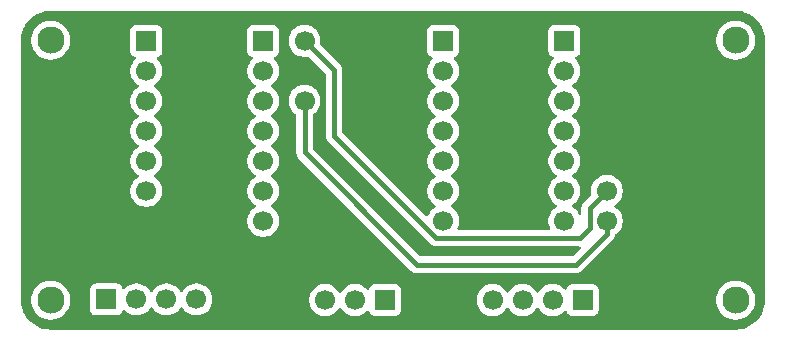
<source format=gbr>
%TF.GenerationSoftware,KiCad,Pcbnew,9.0.5*%
%TF.CreationDate,2025-10-12T13:28:29-04:00*%
%TF.ProjectId,operator-mk2,6f706572-6174-46f7-922d-6d6b322e6b69,rev?*%
%TF.SameCoordinates,Original*%
%TF.FileFunction,Copper,L1,Top*%
%TF.FilePolarity,Positive*%
%FSLAX46Y46*%
G04 Gerber Fmt 4.6, Leading zero omitted, Abs format (unit mm)*
G04 Created by KiCad (PCBNEW 9.0.5) date 2025-10-12 13:28:29*
%MOMM*%
%LPD*%
G01*
G04 APERTURE LIST*
%TA.AperFunction,ComponentPad*%
%ADD10C,2.300000*%
%TD*%
%TA.AperFunction,ComponentPad*%
%ADD11R,1.700000X1.700000*%
%TD*%
%TA.AperFunction,ComponentPad*%
%ADD12C,1.700000*%
%TD*%
%TA.AperFunction,ViaPad*%
%ADD13C,1.700000*%
%TD*%
%TA.AperFunction,Conductor*%
%ADD14C,0.400000*%
%TD*%
G04 APERTURE END LIST*
D10*
%TO.P,REF\u002A\u002A,*%
%TO.N,*%
X168000000Y-112000000D03*
%TD*%
%TO.P,REF\u002A\u002A,*%
%TO.N,*%
X168000000Y-90000000D03*
%TD*%
%TO.P,REF\u002A\u002A,*%
%TO.N,*%
X110000000Y-112000000D03*
%TD*%
%TO.P,REF\u002A\u002A,*%
%TO.N,*%
X110000000Y-90000000D03*
%TD*%
D11*
%TO.P,J4,1,Pin_1*%
%TO.N,3V*%
X153500000Y-90060000D03*
D12*
%TO.P,J4,2,Pin_2*%
%TO.N,GND*%
X153500000Y-92600000D03*
%TO.P,J4,3,Pin_3*%
%TO.N,unconnected-(J4-Pin_3-Pad3)*%
X153500000Y-95140000D03*
%TO.P,J4,4,Pin_4*%
%TO.N,unconnected-(J4-Pin_4-Pad4)*%
X153500000Y-97680000D03*
%TO.P,J4,5,Pin_5*%
%TO.N,DIN*%
X153500000Y-100220000D03*
%TO.P,J4,6,Pin_6*%
%TO.N,BCLK*%
X153500000Y-102760000D03*
%TO.P,J4,7,Pin_7*%
%TO.N,LRC*%
X153500000Y-105300000D03*
%TD*%
D11*
%TO.P,J3,1,Pin_1*%
%TO.N,D9*%
X155040000Y-112000000D03*
D12*
%TO.P,J3,2,Pin_2*%
%TO.N,GND*%
X152500000Y-112000000D03*
%TO.P,J3,3,Pin_3*%
%TO.N,D8*%
X149960000Y-112000000D03*
%TO.P,J3,4,Pin_4*%
%TO.N,GND*%
X147420000Y-112000000D03*
%TD*%
D11*
%TO.P,J5,1,Pin_1*%
%TO.N,BCLK*%
X128000000Y-90060000D03*
D12*
%TO.P,J5,2,Pin_2*%
%TO.N,DOUT*%
X128000000Y-92600000D03*
%TO.P,J5,3,Pin_3*%
%TO.N,LRC*%
X128000000Y-95140000D03*
%TO.P,J5,4,Pin_4*%
%TO.N,D3*%
X128000000Y-97680000D03*
%TO.P,J5,5,Pin_5*%
%TO.N,D4*%
X128000000Y-100220000D03*
%TO.P,J5,6,Pin_6*%
%TO.N,D5*%
X128000000Y-102760000D03*
%TO.P,J5,7,Pin_7*%
%TO.N,D6*%
X128000000Y-105300000D03*
%TD*%
D11*
%TO.P,J8,1,Pin_1*%
%TO.N,GND*%
X114720000Y-111950000D03*
D12*
%TO.P,J8,2,Pin_2*%
%TO.N,D3*%
X117260000Y-111950000D03*
%TO.P,J8,3,Pin_3*%
%TO.N,D4*%
X119800000Y-111950000D03*
%TO.P,J8,4,Pin_4*%
%TO.N,D5*%
X122340000Y-111950000D03*
%TD*%
D11*
%TO.P,J6,1,Pin_1*%
%TO.N,unconnected-(J6-Pin_1-Pad1)*%
X143235000Y-90060000D03*
D12*
%TO.P,J6,2,Pin_2*%
%TO.N,GND*%
X143235000Y-92600000D03*
%TO.P,J6,3,Pin_3*%
%TO.N,3V*%
X143235000Y-95140000D03*
%TO.P,J6,4,Pin_4*%
%TO.N,DIN*%
X143235000Y-97680000D03*
%TO.P,J6,5,Pin_5*%
%TO.N,D9*%
X143235000Y-100220000D03*
%TO.P,J6,6,Pin_6*%
%TO.N,D8*%
X143235000Y-102760000D03*
%TO.P,J6,7,Pin_7*%
%TO.N,D7*%
X143235000Y-105300000D03*
%TD*%
D11*
%TO.P,J1,1,Pin_1*%
%TO.N,D7*%
X138320000Y-112000000D03*
D12*
%TO.P,J1,2,Pin_2*%
%TO.N,GND*%
X135780000Y-112000000D03*
%TO.P,J1,3,Pin_3*%
%TO.N,D6*%
X133240000Y-112000000D03*
%TD*%
D11*
%TO.P,J2,1,Pin_1*%
%TO.N,3V*%
X118100000Y-90060000D03*
D12*
%TO.P,J2,2,Pin_2*%
%TO.N,GND*%
X118100000Y-92600000D03*
%TO.P,J2,3,Pin_3*%
%TO.N,BCLK*%
X118100000Y-95140000D03*
%TO.P,J2,4,Pin_4*%
%TO.N,DOUT*%
X118100000Y-97680000D03*
%TO.P,J2,5,Pin_5*%
%TO.N,LRC*%
X118100000Y-100220000D03*
%TO.P,J2,6,Pin_6*%
%TO.N,unconnected-(J2-Pin_6-Pad6)*%
X118100000Y-102760000D03*
%TD*%
D13*
%TO.N,BCLK*%
X131500000Y-90060000D03*
X157100000Y-102760000D03*
%TO.N,LRC*%
X157100000Y-105300000D03*
X131500000Y-95140000D03*
%TD*%
D14*
%TO.N,BCLK*%
X155649000Y-105901024D02*
X155649000Y-104211000D01*
X155649000Y-104211000D02*
X157100000Y-102760000D01*
X131500000Y-90060000D02*
X134000000Y-92560000D01*
X142633976Y-106751000D02*
X154799024Y-106751000D01*
X134000000Y-92560000D02*
X134000000Y-98117024D01*
X134000000Y-98117024D02*
X142633976Y-106751000D01*
X154799024Y-106751000D02*
X155649000Y-105901024D01*
%TO.N,GND*%
X135960000Y-112400000D02*
X135900000Y-112460000D01*
X152800000Y-112420000D02*
X152680000Y-112300000D01*
%TO.N,LRC*%
X141000000Y-109000000D02*
X154500000Y-109000000D01*
X157100000Y-106400000D02*
X157100000Y-105300000D01*
X154500000Y-109000000D02*
X157100000Y-106400000D01*
X131500000Y-95140000D02*
X131500000Y-99500000D01*
X131500000Y-99500000D02*
X141000000Y-109000000D01*
%TO.N,D7*%
X138500000Y-111940000D02*
X138500000Y-112400000D01*
%TO.N,D9*%
X154940000Y-112300000D02*
X155220000Y-112300000D01*
X155220000Y-111720000D02*
X155220000Y-112300000D01*
%TD*%
%TA.AperFunction,NonConductor*%
G36*
X168003736Y-87500726D02*
G01*
X168293796Y-87518271D01*
X168308659Y-87520076D01*
X168590798Y-87571780D01*
X168605335Y-87575363D01*
X168879172Y-87660695D01*
X168893163Y-87666000D01*
X169154743Y-87783727D01*
X169167989Y-87790680D01*
X169413465Y-87939075D01*
X169425776Y-87947573D01*
X169651573Y-88124473D01*
X169662781Y-88134403D01*
X169865596Y-88337218D01*
X169875526Y-88348426D01*
X169908207Y-88390140D01*
X169995481Y-88501538D01*
X170052422Y-88574217D01*
X170060926Y-88586537D01*
X170169540Y-88766206D01*
X170209316Y-88832004D01*
X170216274Y-88845262D01*
X170219511Y-88852454D01*
X170333997Y-89106831D01*
X170339306Y-89120832D01*
X170424635Y-89394663D01*
X170428219Y-89409201D01*
X170479923Y-89691340D01*
X170481728Y-89706205D01*
X170499274Y-89996263D01*
X170499500Y-90003750D01*
X170499500Y-111996249D01*
X170499274Y-112003736D01*
X170481728Y-112293794D01*
X170479923Y-112308659D01*
X170428219Y-112590798D01*
X170424635Y-112605336D01*
X170339306Y-112879167D01*
X170333997Y-112893168D01*
X170216275Y-113154736D01*
X170209316Y-113167995D01*
X170060928Y-113413459D01*
X170052422Y-113425782D01*
X169875526Y-113651573D01*
X169865596Y-113662781D01*
X169662781Y-113865596D01*
X169651573Y-113875526D01*
X169425782Y-114052422D01*
X169413459Y-114060928D01*
X169167995Y-114209316D01*
X169154736Y-114216275D01*
X168893168Y-114333997D01*
X168879167Y-114339306D01*
X168605336Y-114424635D01*
X168590798Y-114428219D01*
X168308659Y-114479923D01*
X168293794Y-114481728D01*
X168003736Y-114499274D01*
X167996249Y-114499500D01*
X110003751Y-114499500D01*
X109996264Y-114499274D01*
X109706205Y-114481728D01*
X109691340Y-114479923D01*
X109409201Y-114428219D01*
X109394663Y-114424635D01*
X109120832Y-114339306D01*
X109106831Y-114333997D01*
X108845263Y-114216275D01*
X108832004Y-114209316D01*
X108586540Y-114060928D01*
X108574217Y-114052422D01*
X108348426Y-113875526D01*
X108337218Y-113865596D01*
X108134403Y-113662781D01*
X108124473Y-113651573D01*
X108028897Y-113529579D01*
X107947573Y-113425776D01*
X107939075Y-113413465D01*
X107790680Y-113167989D01*
X107783727Y-113154743D01*
X107666000Y-112893163D01*
X107660693Y-112879167D01*
X107656767Y-112866569D01*
X107575363Y-112605335D01*
X107571780Y-112590798D01*
X107520076Y-112308659D01*
X107518271Y-112293794D01*
X107516604Y-112266243D01*
X107500726Y-112003736D01*
X107500500Y-111996249D01*
X107500500Y-111870097D01*
X108349500Y-111870097D01*
X108349500Y-112129902D01*
X108390140Y-112386493D01*
X108470422Y-112633576D01*
X108508250Y-112707816D01*
X108581501Y-112851578D01*
X108588368Y-112865054D01*
X108671957Y-112980104D01*
X108741069Y-113075229D01*
X108924771Y-113258931D01*
X109134949Y-113411634D01*
X109282445Y-113486787D01*
X109366423Y-113529577D01*
X109366425Y-113529577D01*
X109366428Y-113529579D01*
X109613507Y-113609860D01*
X109745706Y-113630797D01*
X109870098Y-113650500D01*
X109870103Y-113650500D01*
X110129902Y-113650500D01*
X110243298Y-113632539D01*
X110386493Y-113609860D01*
X110633572Y-113529579D01*
X110865051Y-113411634D01*
X111075229Y-113258931D01*
X111258931Y-113075229D01*
X111411634Y-112865051D01*
X111529579Y-112633572D01*
X111609860Y-112386493D01*
X111643837Y-112171969D01*
X111650500Y-112129902D01*
X111650500Y-111870097D01*
X111628947Y-111734021D01*
X111609860Y-111613507D01*
X111529579Y-111366428D01*
X111529577Y-111366425D01*
X111529577Y-111366423D01*
X111411633Y-111134948D01*
X111402002Y-111121692D01*
X111402001Y-111121690D01*
X111351466Y-111052135D01*
X113369500Y-111052135D01*
X113369500Y-112847870D01*
X113369501Y-112847876D01*
X113375908Y-112907483D01*
X113426202Y-113042328D01*
X113426206Y-113042335D01*
X113512452Y-113157544D01*
X113512455Y-113157547D01*
X113627664Y-113243793D01*
X113627671Y-113243797D01*
X113762517Y-113294091D01*
X113762516Y-113294091D01*
X113769444Y-113294835D01*
X113822127Y-113300500D01*
X115617872Y-113300499D01*
X115677483Y-113294091D01*
X115812331Y-113243796D01*
X115927546Y-113157546D01*
X116013796Y-113042331D01*
X116062810Y-112910916D01*
X116104681Y-112854984D01*
X116170145Y-112830566D01*
X116238418Y-112845417D01*
X116266673Y-112866569D01*
X116380213Y-112980109D01*
X116552179Y-113105048D01*
X116552181Y-113105049D01*
X116552184Y-113105051D01*
X116741588Y-113201557D01*
X116943757Y-113267246D01*
X117153713Y-113300500D01*
X117153714Y-113300500D01*
X117366286Y-113300500D01*
X117366287Y-113300500D01*
X117576243Y-113267246D01*
X117778412Y-113201557D01*
X117967816Y-113105051D01*
X118054138Y-113042335D01*
X118139786Y-112980109D01*
X118139788Y-112980106D01*
X118139792Y-112980104D01*
X118290104Y-112829792D01*
X118290106Y-112829788D01*
X118290109Y-112829786D01*
X118415048Y-112657820D01*
X118415047Y-112657820D01*
X118415051Y-112657816D01*
X118419514Y-112649054D01*
X118467488Y-112598259D01*
X118535308Y-112581463D01*
X118601444Y-112603999D01*
X118640486Y-112649056D01*
X118644951Y-112657820D01*
X118769890Y-112829786D01*
X118920213Y-112980109D01*
X119092179Y-113105048D01*
X119092181Y-113105049D01*
X119092184Y-113105051D01*
X119281588Y-113201557D01*
X119483757Y-113267246D01*
X119693713Y-113300500D01*
X119693714Y-113300500D01*
X119906286Y-113300500D01*
X119906287Y-113300500D01*
X120116243Y-113267246D01*
X120318412Y-113201557D01*
X120507816Y-113105051D01*
X120594138Y-113042335D01*
X120679786Y-112980109D01*
X120679788Y-112980106D01*
X120679792Y-112980104D01*
X120830104Y-112829792D01*
X120830106Y-112829788D01*
X120830109Y-112829786D01*
X120955048Y-112657820D01*
X120955047Y-112657820D01*
X120955051Y-112657816D01*
X120959514Y-112649054D01*
X121007488Y-112598259D01*
X121075308Y-112581463D01*
X121141444Y-112603999D01*
X121180486Y-112649056D01*
X121184951Y-112657820D01*
X121309890Y-112829786D01*
X121460213Y-112980109D01*
X121632179Y-113105048D01*
X121632181Y-113105049D01*
X121632184Y-113105051D01*
X121821588Y-113201557D01*
X122023757Y-113267246D01*
X122233713Y-113300500D01*
X122233714Y-113300500D01*
X122446286Y-113300500D01*
X122446287Y-113300500D01*
X122656243Y-113267246D01*
X122858412Y-113201557D01*
X123047816Y-113105051D01*
X123134138Y-113042335D01*
X123219786Y-112980109D01*
X123219788Y-112980106D01*
X123219792Y-112980104D01*
X123370104Y-112829792D01*
X123370106Y-112829788D01*
X123370109Y-112829786D01*
X123495048Y-112657820D01*
X123495047Y-112657820D01*
X123495051Y-112657816D01*
X123591557Y-112468412D01*
X123657246Y-112266243D01*
X123690500Y-112056287D01*
X123690500Y-111893713D01*
X131889500Y-111893713D01*
X131889500Y-112106287D01*
X131893240Y-112129902D01*
X131922753Y-112316239D01*
X131988444Y-112518414D01*
X132084951Y-112707820D01*
X132209890Y-112879786D01*
X132360213Y-113030109D01*
X132532179Y-113155048D01*
X132532181Y-113155049D01*
X132532184Y-113155051D01*
X132721588Y-113251557D01*
X132923757Y-113317246D01*
X133133713Y-113350500D01*
X133133714Y-113350500D01*
X133346286Y-113350500D01*
X133346287Y-113350500D01*
X133556243Y-113317246D01*
X133758412Y-113251557D01*
X133947816Y-113155051D01*
X134034138Y-113092335D01*
X134119786Y-113030109D01*
X134119788Y-113030106D01*
X134119792Y-113030104D01*
X134270104Y-112879792D01*
X134270106Y-112879788D01*
X134270109Y-112879786D01*
X134395048Y-112707820D01*
X134395047Y-112707820D01*
X134395051Y-112707816D01*
X134399514Y-112699054D01*
X134447488Y-112648259D01*
X134515308Y-112631463D01*
X134581444Y-112653999D01*
X134620486Y-112699056D01*
X134624951Y-112707820D01*
X134749890Y-112879786D01*
X134900213Y-113030109D01*
X135072179Y-113155048D01*
X135072181Y-113155049D01*
X135072184Y-113155051D01*
X135261588Y-113251557D01*
X135463757Y-113317246D01*
X135673713Y-113350500D01*
X135673714Y-113350500D01*
X135886286Y-113350500D01*
X135886287Y-113350500D01*
X136096243Y-113317246D01*
X136298412Y-113251557D01*
X136487816Y-113155051D01*
X136597688Y-113075225D01*
X136659784Y-113030110D01*
X136659784Y-113030109D01*
X136659792Y-113030104D01*
X136773329Y-112916566D01*
X136834648Y-112883084D01*
X136904340Y-112888068D01*
X136960274Y-112929939D01*
X136977189Y-112960917D01*
X137026202Y-113092328D01*
X137026206Y-113092335D01*
X137112452Y-113207544D01*
X137112455Y-113207547D01*
X137227664Y-113293793D01*
X137227671Y-113293797D01*
X137362517Y-113344091D01*
X137362516Y-113344091D01*
X137369444Y-113344835D01*
X137422127Y-113350500D01*
X139217872Y-113350499D01*
X139277483Y-113344091D01*
X139412331Y-113293796D01*
X139527546Y-113207546D01*
X139613796Y-113092331D01*
X139664091Y-112957483D01*
X139670500Y-112897873D01*
X139670499Y-111893713D01*
X146069500Y-111893713D01*
X146069500Y-112106287D01*
X146073240Y-112129902D01*
X146102753Y-112316239D01*
X146168444Y-112518414D01*
X146264951Y-112707820D01*
X146389890Y-112879786D01*
X146540213Y-113030109D01*
X146712179Y-113155048D01*
X146712181Y-113155049D01*
X146712184Y-113155051D01*
X146901588Y-113251557D01*
X147103757Y-113317246D01*
X147313713Y-113350500D01*
X147313714Y-113350500D01*
X147526286Y-113350500D01*
X147526287Y-113350500D01*
X147736243Y-113317246D01*
X147938412Y-113251557D01*
X148127816Y-113155051D01*
X148214138Y-113092335D01*
X148299786Y-113030109D01*
X148299788Y-113030106D01*
X148299792Y-113030104D01*
X148450104Y-112879792D01*
X148450106Y-112879788D01*
X148450109Y-112879786D01*
X148575048Y-112707820D01*
X148575047Y-112707820D01*
X148575051Y-112707816D01*
X148579514Y-112699054D01*
X148627488Y-112648259D01*
X148695308Y-112631463D01*
X148761444Y-112653999D01*
X148800486Y-112699056D01*
X148804951Y-112707820D01*
X148929890Y-112879786D01*
X149080213Y-113030109D01*
X149252179Y-113155048D01*
X149252181Y-113155049D01*
X149252184Y-113155051D01*
X149441588Y-113251557D01*
X149643757Y-113317246D01*
X149853713Y-113350500D01*
X149853714Y-113350500D01*
X150066286Y-113350500D01*
X150066287Y-113350500D01*
X150276243Y-113317246D01*
X150478412Y-113251557D01*
X150667816Y-113155051D01*
X150754138Y-113092335D01*
X150839786Y-113030109D01*
X150839788Y-113030106D01*
X150839792Y-113030104D01*
X150990104Y-112879792D01*
X150990106Y-112879788D01*
X150990109Y-112879786D01*
X151115048Y-112707820D01*
X151115047Y-112707820D01*
X151115051Y-112707816D01*
X151119514Y-112699054D01*
X151167488Y-112648259D01*
X151235308Y-112631463D01*
X151301444Y-112653999D01*
X151340486Y-112699056D01*
X151344951Y-112707820D01*
X151469890Y-112879786D01*
X151620213Y-113030109D01*
X151792179Y-113155048D01*
X151792181Y-113155049D01*
X151792184Y-113155051D01*
X151981588Y-113251557D01*
X152183757Y-113317246D01*
X152393713Y-113350500D01*
X152393714Y-113350500D01*
X152606286Y-113350500D01*
X152606287Y-113350500D01*
X152816243Y-113317246D01*
X153018412Y-113251557D01*
X153207816Y-113155051D01*
X153317688Y-113075225D01*
X153379784Y-113030110D01*
X153379784Y-113030109D01*
X153379792Y-113030104D01*
X153493329Y-112916566D01*
X153554648Y-112883084D01*
X153624340Y-112888068D01*
X153680274Y-112929939D01*
X153697189Y-112960917D01*
X153746202Y-113092328D01*
X153746206Y-113092335D01*
X153832452Y-113207544D01*
X153832455Y-113207547D01*
X153947664Y-113293793D01*
X153947671Y-113293797D01*
X154082517Y-113344091D01*
X154082516Y-113344091D01*
X154089444Y-113344835D01*
X154142127Y-113350500D01*
X155937872Y-113350499D01*
X155997483Y-113344091D01*
X156132331Y-113293796D01*
X156247546Y-113207546D01*
X156333796Y-113092331D01*
X156384091Y-112957483D01*
X156390500Y-112897873D01*
X156390499Y-111870097D01*
X166349500Y-111870097D01*
X166349500Y-112129902D01*
X166390140Y-112386493D01*
X166470422Y-112633576D01*
X166508250Y-112707816D01*
X166581501Y-112851578D01*
X166588368Y-112865054D01*
X166671957Y-112980104D01*
X166741069Y-113075229D01*
X166924771Y-113258931D01*
X167134949Y-113411634D01*
X167282445Y-113486787D01*
X167366423Y-113529577D01*
X167366425Y-113529577D01*
X167366428Y-113529579D01*
X167613507Y-113609860D01*
X167745706Y-113630797D01*
X167870098Y-113650500D01*
X167870103Y-113650500D01*
X168129902Y-113650500D01*
X168243298Y-113632539D01*
X168386493Y-113609860D01*
X168633572Y-113529579D01*
X168865051Y-113411634D01*
X169075229Y-113258931D01*
X169258931Y-113075229D01*
X169411634Y-112865051D01*
X169529579Y-112633572D01*
X169609860Y-112386493D01*
X169643837Y-112171969D01*
X169650500Y-112129902D01*
X169650500Y-111870097D01*
X169628947Y-111734021D01*
X169609860Y-111613507D01*
X169529579Y-111366428D01*
X169529577Y-111366425D01*
X169529577Y-111366423D01*
X169486787Y-111282445D01*
X169411634Y-111134949D01*
X169258931Y-110924771D01*
X169075229Y-110741069D01*
X169027244Y-110706206D01*
X168865054Y-110588368D01*
X168865053Y-110588367D01*
X168865051Y-110588366D01*
X168792764Y-110551534D01*
X168633576Y-110470422D01*
X168386493Y-110390140D01*
X168129902Y-110349500D01*
X168129897Y-110349500D01*
X167870103Y-110349500D01*
X167870098Y-110349500D01*
X167613506Y-110390140D01*
X167366423Y-110470422D01*
X167134945Y-110588368D01*
X166924774Y-110741066D01*
X166924768Y-110741071D01*
X166741071Y-110924768D01*
X166741066Y-110924774D01*
X166588368Y-111134945D01*
X166470422Y-111366423D01*
X166390140Y-111613506D01*
X166349500Y-111870097D01*
X156390499Y-111870097D01*
X156390499Y-111102128D01*
X156384091Y-111042517D01*
X156382810Y-111039083D01*
X156333797Y-110907671D01*
X156333793Y-110907664D01*
X156247547Y-110792455D01*
X156247544Y-110792452D01*
X156132335Y-110706206D01*
X156132328Y-110706202D01*
X155997482Y-110655908D01*
X155997483Y-110655908D01*
X155937883Y-110649501D01*
X155937881Y-110649500D01*
X155937873Y-110649500D01*
X155937864Y-110649500D01*
X154142129Y-110649500D01*
X154142123Y-110649501D01*
X154082516Y-110655908D01*
X153947671Y-110706202D01*
X153947664Y-110706206D01*
X153832455Y-110792452D01*
X153832452Y-110792455D01*
X153746206Y-110907664D01*
X153746203Y-110907669D01*
X153697189Y-111039083D01*
X153655317Y-111095016D01*
X153589853Y-111119433D01*
X153521580Y-111104581D01*
X153493326Y-111083430D01*
X153379786Y-110969890D01*
X153207820Y-110844951D01*
X153018414Y-110748444D01*
X153018413Y-110748443D01*
X153018412Y-110748443D01*
X152816243Y-110682754D01*
X152816241Y-110682753D01*
X152816240Y-110682753D01*
X152648601Y-110656202D01*
X152606287Y-110649500D01*
X152393713Y-110649500D01*
X152351399Y-110656202D01*
X152183760Y-110682753D01*
X151981585Y-110748444D01*
X151792179Y-110844951D01*
X151620213Y-110969890D01*
X151469890Y-111120213D01*
X151344949Y-111292182D01*
X151340484Y-111300946D01*
X151292509Y-111351742D01*
X151224688Y-111368536D01*
X151158553Y-111345998D01*
X151119516Y-111300946D01*
X151115050Y-111292182D01*
X150990109Y-111120213D01*
X150839786Y-110969890D01*
X150667820Y-110844951D01*
X150478414Y-110748444D01*
X150478413Y-110748443D01*
X150478412Y-110748443D01*
X150276243Y-110682754D01*
X150276241Y-110682753D01*
X150276240Y-110682753D01*
X150108601Y-110656202D01*
X150066287Y-110649500D01*
X149853713Y-110649500D01*
X149811399Y-110656202D01*
X149643760Y-110682753D01*
X149441585Y-110748444D01*
X149252179Y-110844951D01*
X149080213Y-110969890D01*
X148929890Y-111120213D01*
X148804949Y-111292182D01*
X148800484Y-111300946D01*
X148752509Y-111351742D01*
X148684688Y-111368536D01*
X148618553Y-111345998D01*
X148579516Y-111300946D01*
X148575050Y-111292182D01*
X148450109Y-111120213D01*
X148299786Y-110969890D01*
X148127820Y-110844951D01*
X147938414Y-110748444D01*
X147938413Y-110748443D01*
X147938412Y-110748443D01*
X147736243Y-110682754D01*
X147736241Y-110682753D01*
X147736240Y-110682753D01*
X147568601Y-110656202D01*
X147526287Y-110649500D01*
X147313713Y-110649500D01*
X147271399Y-110656202D01*
X147103760Y-110682753D01*
X146901585Y-110748444D01*
X146712179Y-110844951D01*
X146540213Y-110969890D01*
X146389890Y-111120213D01*
X146264951Y-111292179D01*
X146168444Y-111481585D01*
X146102753Y-111683760D01*
X146077419Y-111843713D01*
X146069500Y-111893713D01*
X139670499Y-111893713D01*
X139670499Y-111102128D01*
X139664091Y-111042517D01*
X139662810Y-111039083D01*
X139613797Y-110907671D01*
X139613793Y-110907664D01*
X139527547Y-110792455D01*
X139527544Y-110792452D01*
X139412335Y-110706206D01*
X139412328Y-110706202D01*
X139277482Y-110655908D01*
X139277483Y-110655908D01*
X139217883Y-110649501D01*
X139217881Y-110649500D01*
X139217873Y-110649500D01*
X139217864Y-110649500D01*
X137422129Y-110649500D01*
X137422123Y-110649501D01*
X137362516Y-110655908D01*
X137227671Y-110706202D01*
X137227664Y-110706206D01*
X137112455Y-110792452D01*
X137112452Y-110792455D01*
X137026206Y-110907664D01*
X137026203Y-110907669D01*
X136977189Y-111039083D01*
X136935317Y-111095016D01*
X136869853Y-111119433D01*
X136801580Y-111104581D01*
X136773326Y-111083430D01*
X136659786Y-110969890D01*
X136487820Y-110844951D01*
X136298414Y-110748444D01*
X136298413Y-110748443D01*
X136298412Y-110748443D01*
X136096243Y-110682754D01*
X136096241Y-110682753D01*
X136096240Y-110682753D01*
X135928601Y-110656202D01*
X135886287Y-110649500D01*
X135673713Y-110649500D01*
X135631399Y-110656202D01*
X135463760Y-110682753D01*
X135261585Y-110748444D01*
X135072179Y-110844951D01*
X134900213Y-110969890D01*
X134749890Y-111120213D01*
X134624949Y-111292182D01*
X134620484Y-111300946D01*
X134572509Y-111351742D01*
X134504688Y-111368536D01*
X134438553Y-111345998D01*
X134399516Y-111300946D01*
X134395050Y-111292182D01*
X134270109Y-111120213D01*
X134119786Y-110969890D01*
X133947820Y-110844951D01*
X133758414Y-110748444D01*
X133758413Y-110748443D01*
X133758412Y-110748443D01*
X133556243Y-110682754D01*
X133556241Y-110682753D01*
X133556240Y-110682753D01*
X133388601Y-110656202D01*
X133346287Y-110649500D01*
X133133713Y-110649500D01*
X133091399Y-110656202D01*
X132923760Y-110682753D01*
X132721585Y-110748444D01*
X132532179Y-110844951D01*
X132360213Y-110969890D01*
X132209890Y-111120213D01*
X132084951Y-111292179D01*
X131988444Y-111481585D01*
X131922753Y-111683760D01*
X131897419Y-111843713D01*
X131889500Y-111893713D01*
X123690500Y-111893713D01*
X123690500Y-111843713D01*
X123657246Y-111633757D01*
X123591557Y-111431588D01*
X123495051Y-111242184D01*
X123495049Y-111242181D01*
X123495048Y-111242179D01*
X123370109Y-111070213D01*
X123219786Y-110919890D01*
X123047820Y-110794951D01*
X122858414Y-110698444D01*
X122858413Y-110698443D01*
X122858412Y-110698443D01*
X122656243Y-110632754D01*
X122656241Y-110632753D01*
X122656240Y-110632753D01*
X122494957Y-110607208D01*
X122446287Y-110599500D01*
X122233713Y-110599500D01*
X122185042Y-110607208D01*
X122023760Y-110632753D01*
X121821585Y-110698444D01*
X121632179Y-110794951D01*
X121460213Y-110919890D01*
X121309890Y-111070213D01*
X121184949Y-111242182D01*
X121180484Y-111250946D01*
X121132509Y-111301742D01*
X121064688Y-111318536D01*
X120998553Y-111295998D01*
X120959516Y-111250946D01*
X120955050Y-111242182D01*
X120830109Y-111070213D01*
X120679786Y-110919890D01*
X120507820Y-110794951D01*
X120318414Y-110698444D01*
X120318413Y-110698443D01*
X120318412Y-110698443D01*
X120116243Y-110632754D01*
X120116241Y-110632753D01*
X120116240Y-110632753D01*
X119954957Y-110607208D01*
X119906287Y-110599500D01*
X119693713Y-110599500D01*
X119645042Y-110607208D01*
X119483760Y-110632753D01*
X119281585Y-110698444D01*
X119092179Y-110794951D01*
X118920213Y-110919890D01*
X118769890Y-111070213D01*
X118644949Y-111242182D01*
X118640484Y-111250946D01*
X118592509Y-111301742D01*
X118524688Y-111318536D01*
X118458553Y-111295998D01*
X118419516Y-111250946D01*
X118415050Y-111242182D01*
X118290109Y-111070213D01*
X118139786Y-110919890D01*
X117967820Y-110794951D01*
X117778414Y-110698444D01*
X117778413Y-110698443D01*
X117778412Y-110698443D01*
X117576243Y-110632754D01*
X117576241Y-110632753D01*
X117576240Y-110632753D01*
X117414957Y-110607208D01*
X117366287Y-110599500D01*
X117153713Y-110599500D01*
X117105042Y-110607208D01*
X116943760Y-110632753D01*
X116741585Y-110698444D01*
X116552179Y-110794951D01*
X116380215Y-110919889D01*
X116266673Y-111033431D01*
X116205350Y-111066915D01*
X116135658Y-111061931D01*
X116079725Y-111020059D01*
X116062810Y-110989082D01*
X116013797Y-110857671D01*
X116013793Y-110857664D01*
X115927547Y-110742455D01*
X115927544Y-110742452D01*
X115812335Y-110656206D01*
X115812328Y-110656202D01*
X115677482Y-110605908D01*
X115677483Y-110605908D01*
X115617883Y-110599501D01*
X115617881Y-110599500D01*
X115617873Y-110599500D01*
X115617864Y-110599500D01*
X113822129Y-110599500D01*
X113822123Y-110599501D01*
X113762516Y-110605908D01*
X113627671Y-110656202D01*
X113627664Y-110656206D01*
X113512455Y-110742452D01*
X113512452Y-110742455D01*
X113426206Y-110857664D01*
X113426202Y-110857671D01*
X113375908Y-110992517D01*
X113369501Y-111052116D01*
X113369500Y-111052135D01*
X111351466Y-111052135D01*
X111258933Y-110924774D01*
X111258928Y-110924768D01*
X111075231Y-110741071D01*
X111075225Y-110741066D01*
X110865054Y-110588368D01*
X110865053Y-110588367D01*
X110865051Y-110588366D01*
X110792764Y-110551534D01*
X110633576Y-110470422D01*
X110386493Y-110390140D01*
X110129902Y-110349500D01*
X110129897Y-110349500D01*
X109870103Y-110349500D01*
X109870098Y-110349500D01*
X109613506Y-110390140D01*
X109366423Y-110470422D01*
X109134945Y-110588368D01*
X108924774Y-110741066D01*
X108924768Y-110741071D01*
X108741071Y-110924768D01*
X108741066Y-110924774D01*
X108588368Y-111134945D01*
X108470422Y-111366423D01*
X108390140Y-111613506D01*
X108349500Y-111870097D01*
X107500500Y-111870097D01*
X107500500Y-90003750D01*
X107500726Y-89996263D01*
X107508358Y-89870097D01*
X108349500Y-89870097D01*
X108349500Y-90129902D01*
X108390140Y-90386493D01*
X108470422Y-90633576D01*
X108538822Y-90767816D01*
X108588366Y-90865051D01*
X108741069Y-91075229D01*
X108924771Y-91258931D01*
X109134949Y-91411634D01*
X109260603Y-91475658D01*
X109366423Y-91529577D01*
X109366425Y-91529577D01*
X109366428Y-91529579D01*
X109613507Y-91609860D01*
X109745706Y-91630797D01*
X109870098Y-91650500D01*
X109870103Y-91650500D01*
X110129902Y-91650500D01*
X110243298Y-91632539D01*
X110386493Y-91609860D01*
X110633572Y-91529579D01*
X110865051Y-91411634D01*
X111075229Y-91258931D01*
X111258931Y-91075229D01*
X111411634Y-90865051D01*
X111529579Y-90633572D01*
X111609860Y-90386493D01*
X111644737Y-90166286D01*
X111650500Y-90129902D01*
X111650500Y-89870097D01*
X111628947Y-89734021D01*
X111609860Y-89613507D01*
X111529579Y-89366428D01*
X111529577Y-89366425D01*
X111529577Y-89366423D01*
X111452474Y-89215101D01*
X111452473Y-89215099D01*
X111425486Y-89162135D01*
X116749500Y-89162135D01*
X116749500Y-90957870D01*
X116749501Y-90957876D01*
X116755908Y-91017483D01*
X116806202Y-91152328D01*
X116806206Y-91152335D01*
X116892452Y-91267544D01*
X116892455Y-91267547D01*
X117007664Y-91353793D01*
X117007671Y-91353797D01*
X117139082Y-91402810D01*
X117195016Y-91444681D01*
X117219433Y-91510145D01*
X117204582Y-91578418D01*
X117183431Y-91606673D01*
X117069889Y-91720215D01*
X116944951Y-91892179D01*
X116848444Y-92081585D01*
X116782753Y-92283760D01*
X116749500Y-92493713D01*
X116749500Y-92706286D01*
X116782753Y-92916239D01*
X116848444Y-93118414D01*
X116944951Y-93307820D01*
X117069890Y-93479786D01*
X117220213Y-93630109D01*
X117392182Y-93755050D01*
X117400946Y-93759516D01*
X117451742Y-93807491D01*
X117468536Y-93875312D01*
X117445998Y-93941447D01*
X117400946Y-93980484D01*
X117392182Y-93984949D01*
X117220213Y-94109890D01*
X117069890Y-94260213D01*
X116944951Y-94432179D01*
X116848444Y-94621585D01*
X116782753Y-94823760D01*
X116749500Y-95033713D01*
X116749500Y-95246286D01*
X116782753Y-95456239D01*
X116848444Y-95658414D01*
X116944951Y-95847820D01*
X117069890Y-96019786D01*
X117220213Y-96170109D01*
X117392182Y-96295050D01*
X117400946Y-96299516D01*
X117451742Y-96347491D01*
X117468536Y-96415312D01*
X117445998Y-96481447D01*
X117400946Y-96520484D01*
X117392182Y-96524949D01*
X117220213Y-96649890D01*
X117069890Y-96800213D01*
X116944951Y-96972179D01*
X116848444Y-97161585D01*
X116782753Y-97363760D01*
X116749500Y-97573713D01*
X116749500Y-97786286D01*
X116782753Y-97996239D01*
X116848444Y-98198414D01*
X116944951Y-98387820D01*
X117069890Y-98559786D01*
X117220213Y-98710109D01*
X117392182Y-98835050D01*
X117400946Y-98839516D01*
X117451742Y-98887491D01*
X117468536Y-98955312D01*
X117445998Y-99021447D01*
X117400946Y-99060484D01*
X117392182Y-99064949D01*
X117220213Y-99189890D01*
X117069890Y-99340213D01*
X116944951Y-99512179D01*
X116848444Y-99701585D01*
X116782753Y-99903760D01*
X116749500Y-100113713D01*
X116749500Y-100326286D01*
X116782753Y-100536239D01*
X116848444Y-100738414D01*
X116944951Y-100927820D01*
X117069890Y-101099786D01*
X117220213Y-101250109D01*
X117392182Y-101375050D01*
X117400946Y-101379516D01*
X117451742Y-101427491D01*
X117468536Y-101495312D01*
X117445998Y-101561447D01*
X117400946Y-101600484D01*
X117392182Y-101604949D01*
X117220213Y-101729890D01*
X117069890Y-101880213D01*
X116944951Y-102052179D01*
X116848444Y-102241585D01*
X116782753Y-102443760D01*
X116749500Y-102653713D01*
X116749500Y-102866286D01*
X116782753Y-103076239D01*
X116848444Y-103278414D01*
X116944951Y-103467820D01*
X117069890Y-103639786D01*
X117220213Y-103790109D01*
X117392179Y-103915048D01*
X117392181Y-103915049D01*
X117392184Y-103915051D01*
X117581588Y-104011557D01*
X117783757Y-104077246D01*
X117993713Y-104110500D01*
X117993714Y-104110500D01*
X118206286Y-104110500D01*
X118206287Y-104110500D01*
X118416243Y-104077246D01*
X118618412Y-104011557D01*
X118807816Y-103915051D01*
X118857176Y-103879189D01*
X118979786Y-103790109D01*
X118979788Y-103790106D01*
X118979792Y-103790104D01*
X119130104Y-103639792D01*
X119130106Y-103639788D01*
X119130109Y-103639786D01*
X119255048Y-103467820D01*
X119255047Y-103467820D01*
X119255051Y-103467816D01*
X119351557Y-103278412D01*
X119417246Y-103076243D01*
X119450500Y-102866287D01*
X119450500Y-102653713D01*
X119417246Y-102443757D01*
X119351557Y-102241588D01*
X119255051Y-102052184D01*
X119255049Y-102052181D01*
X119255048Y-102052179D01*
X119130109Y-101880213D01*
X118979786Y-101729890D01*
X118807820Y-101604951D01*
X118807115Y-101604591D01*
X118799054Y-101600485D01*
X118748259Y-101552512D01*
X118731463Y-101484692D01*
X118753999Y-101418556D01*
X118799054Y-101379515D01*
X118807816Y-101375051D01*
X118829789Y-101359086D01*
X118979786Y-101250109D01*
X118979788Y-101250106D01*
X118979792Y-101250104D01*
X119130104Y-101099792D01*
X119130106Y-101099788D01*
X119130109Y-101099786D01*
X119255048Y-100927820D01*
X119255047Y-100927820D01*
X119255051Y-100927816D01*
X119351557Y-100738412D01*
X119417246Y-100536243D01*
X119450500Y-100326287D01*
X119450500Y-100113713D01*
X119417246Y-99903757D01*
X119351557Y-99701588D01*
X119255051Y-99512184D01*
X119255049Y-99512181D01*
X119255048Y-99512179D01*
X119130109Y-99340213D01*
X118979786Y-99189890D01*
X118807820Y-99064951D01*
X118807115Y-99064591D01*
X118799054Y-99060485D01*
X118748259Y-99012512D01*
X118731463Y-98944692D01*
X118753999Y-98878556D01*
X118799054Y-98839515D01*
X118807816Y-98835051D01*
X118829789Y-98819086D01*
X118979786Y-98710109D01*
X118979788Y-98710106D01*
X118979792Y-98710104D01*
X119130104Y-98559792D01*
X119130106Y-98559788D01*
X119130109Y-98559786D01*
X119255048Y-98387820D01*
X119255047Y-98387820D01*
X119255051Y-98387816D01*
X119351557Y-98198412D01*
X119417246Y-97996243D01*
X119450500Y-97786287D01*
X119450500Y-97573713D01*
X119417246Y-97363757D01*
X119351557Y-97161588D01*
X119255051Y-96972184D01*
X119255049Y-96972181D01*
X119255048Y-96972179D01*
X119130109Y-96800213D01*
X118979786Y-96649890D01*
X118807820Y-96524951D01*
X118807115Y-96524591D01*
X118799054Y-96520485D01*
X118748259Y-96472512D01*
X118731463Y-96404692D01*
X118753999Y-96338556D01*
X118799054Y-96299515D01*
X118807816Y-96295051D01*
X118851617Y-96263228D01*
X118979786Y-96170109D01*
X118979788Y-96170106D01*
X118979792Y-96170104D01*
X119130104Y-96019792D01*
X119130106Y-96019788D01*
X119130109Y-96019786D01*
X119255048Y-95847820D01*
X119255047Y-95847820D01*
X119255051Y-95847816D01*
X119351557Y-95658412D01*
X119417246Y-95456243D01*
X119450500Y-95246287D01*
X119450500Y-95033713D01*
X119417246Y-94823757D01*
X119351557Y-94621588D01*
X119255051Y-94432184D01*
X119255049Y-94432181D01*
X119255048Y-94432179D01*
X119130109Y-94260213D01*
X118979786Y-94109890D01*
X118807820Y-93984951D01*
X118807115Y-93984591D01*
X118799054Y-93980485D01*
X118748259Y-93932512D01*
X118731463Y-93864692D01*
X118753999Y-93798556D01*
X118799054Y-93759515D01*
X118807816Y-93755051D01*
X118829789Y-93739086D01*
X118979786Y-93630109D01*
X118979788Y-93630106D01*
X118979792Y-93630104D01*
X119130104Y-93479792D01*
X119130106Y-93479788D01*
X119130109Y-93479786D01*
X119255048Y-93307820D01*
X119255047Y-93307820D01*
X119255051Y-93307816D01*
X119351557Y-93118412D01*
X119417246Y-92916243D01*
X119450500Y-92706287D01*
X119450500Y-92493713D01*
X119417246Y-92283757D01*
X119351557Y-92081588D01*
X119255051Y-91892184D01*
X119255049Y-91892181D01*
X119255048Y-91892179D01*
X119130109Y-91720213D01*
X119016569Y-91606673D01*
X118983084Y-91545350D01*
X118988068Y-91475658D01*
X119029940Y-91419725D01*
X119060915Y-91402810D01*
X119192331Y-91353796D01*
X119307546Y-91267546D01*
X119393796Y-91152331D01*
X119444091Y-91017483D01*
X119450500Y-90957873D01*
X119450499Y-89162135D01*
X126649500Y-89162135D01*
X126649500Y-90957870D01*
X126649501Y-90957876D01*
X126655908Y-91017483D01*
X126706202Y-91152328D01*
X126706206Y-91152335D01*
X126792452Y-91267544D01*
X126792455Y-91267547D01*
X126907664Y-91353793D01*
X126907671Y-91353797D01*
X127039082Y-91402810D01*
X127095016Y-91444681D01*
X127119433Y-91510145D01*
X127104582Y-91578418D01*
X127083431Y-91606673D01*
X126969889Y-91720215D01*
X126844951Y-91892179D01*
X126748444Y-92081585D01*
X126682753Y-92283760D01*
X126649500Y-92493713D01*
X126649500Y-92706286D01*
X126682753Y-92916239D01*
X126748444Y-93118414D01*
X126844951Y-93307820D01*
X126969890Y-93479786D01*
X127120213Y-93630109D01*
X127292182Y-93755050D01*
X127300946Y-93759516D01*
X127351742Y-93807491D01*
X127368536Y-93875312D01*
X127345998Y-93941447D01*
X127300946Y-93980484D01*
X127292182Y-93984949D01*
X127120213Y-94109890D01*
X126969890Y-94260213D01*
X126844951Y-94432179D01*
X126748444Y-94621585D01*
X126682753Y-94823760D01*
X126649500Y-95033713D01*
X126649500Y-95246286D01*
X126682753Y-95456239D01*
X126748444Y-95658414D01*
X126844951Y-95847820D01*
X126969890Y-96019786D01*
X127120213Y-96170109D01*
X127292182Y-96295050D01*
X127300946Y-96299516D01*
X127351742Y-96347491D01*
X127368536Y-96415312D01*
X127345998Y-96481447D01*
X127300946Y-96520484D01*
X127292182Y-96524949D01*
X127120213Y-96649890D01*
X126969890Y-96800213D01*
X126844951Y-96972179D01*
X126748444Y-97161585D01*
X126682753Y-97363760D01*
X126649500Y-97573713D01*
X126649500Y-97786286D01*
X126682753Y-97996239D01*
X126748444Y-98198414D01*
X126844951Y-98387820D01*
X126969890Y-98559786D01*
X127120213Y-98710109D01*
X127292182Y-98835050D01*
X127300946Y-98839516D01*
X127351742Y-98887491D01*
X127368536Y-98955312D01*
X127345998Y-99021447D01*
X127300946Y-99060484D01*
X127292182Y-99064949D01*
X127120213Y-99189890D01*
X126969890Y-99340213D01*
X126844951Y-99512179D01*
X126748444Y-99701585D01*
X126682753Y-99903760D01*
X126649500Y-100113713D01*
X126649500Y-100326286D01*
X126682753Y-100536239D01*
X126748444Y-100738414D01*
X126844951Y-100927820D01*
X126969890Y-101099786D01*
X127120213Y-101250109D01*
X127292182Y-101375050D01*
X127300946Y-101379516D01*
X127351742Y-101427491D01*
X127368536Y-101495312D01*
X127345998Y-101561447D01*
X127300946Y-101600484D01*
X127292182Y-101604949D01*
X127120213Y-101729890D01*
X126969890Y-101880213D01*
X126844951Y-102052179D01*
X126748444Y-102241585D01*
X126682753Y-102443760D01*
X126649500Y-102653713D01*
X126649500Y-102866286D01*
X126682753Y-103076239D01*
X126748444Y-103278414D01*
X126844951Y-103467820D01*
X126969890Y-103639786D01*
X127120213Y-103790109D01*
X127292182Y-103915050D01*
X127300946Y-103919516D01*
X127351742Y-103967491D01*
X127368536Y-104035312D01*
X127345998Y-104101447D01*
X127300946Y-104140484D01*
X127292182Y-104144949D01*
X127120213Y-104269890D01*
X126969890Y-104420213D01*
X126844951Y-104592179D01*
X126748444Y-104781585D01*
X126682753Y-104983760D01*
X126649500Y-105193713D01*
X126649500Y-105406286D01*
X126682753Y-105616239D01*
X126748444Y-105818414D01*
X126844951Y-106007820D01*
X126969890Y-106179786D01*
X127120213Y-106330109D01*
X127292179Y-106455048D01*
X127292181Y-106455049D01*
X127292184Y-106455051D01*
X127481588Y-106551557D01*
X127683757Y-106617246D01*
X127893713Y-106650500D01*
X127893714Y-106650500D01*
X128106286Y-106650500D01*
X128106287Y-106650500D01*
X128316243Y-106617246D01*
X128518412Y-106551557D01*
X128707816Y-106455051D01*
X128741772Y-106430381D01*
X128879786Y-106330109D01*
X128879788Y-106330106D01*
X128879792Y-106330104D01*
X129030104Y-106179792D01*
X129030106Y-106179788D01*
X129030109Y-106179786D01*
X129155048Y-106007820D01*
X129155047Y-106007820D01*
X129155051Y-106007816D01*
X129251557Y-105818412D01*
X129317246Y-105616243D01*
X129350500Y-105406287D01*
X129350500Y-105193713D01*
X129317246Y-104983757D01*
X129251557Y-104781588D01*
X129155051Y-104592184D01*
X129155049Y-104592181D01*
X129155048Y-104592179D01*
X129030109Y-104420213D01*
X128879786Y-104269890D01*
X128707820Y-104144951D01*
X128707115Y-104144591D01*
X128699054Y-104140485D01*
X128648259Y-104092512D01*
X128631463Y-104024692D01*
X128653999Y-103958556D01*
X128699054Y-103919515D01*
X128707816Y-103915051D01*
X128757176Y-103879189D01*
X128879786Y-103790109D01*
X128879788Y-103790106D01*
X128879792Y-103790104D01*
X129030104Y-103639792D01*
X129030106Y-103639788D01*
X129030109Y-103639786D01*
X129155048Y-103467820D01*
X129155047Y-103467820D01*
X129155051Y-103467816D01*
X129251557Y-103278412D01*
X129317246Y-103076243D01*
X129350500Y-102866287D01*
X129350500Y-102653713D01*
X129317246Y-102443757D01*
X129251557Y-102241588D01*
X129155051Y-102052184D01*
X129155049Y-102052181D01*
X129155048Y-102052179D01*
X129030109Y-101880213D01*
X128879786Y-101729890D01*
X128707820Y-101604951D01*
X128707115Y-101604591D01*
X128699054Y-101600485D01*
X128648259Y-101552512D01*
X128631463Y-101484692D01*
X128653999Y-101418556D01*
X128699054Y-101379515D01*
X128707816Y-101375051D01*
X128729789Y-101359086D01*
X128879786Y-101250109D01*
X128879788Y-101250106D01*
X128879792Y-101250104D01*
X129030104Y-101099792D01*
X129030106Y-101099788D01*
X129030109Y-101099786D01*
X129155048Y-100927820D01*
X129155047Y-100927820D01*
X129155051Y-100927816D01*
X129251557Y-100738412D01*
X129317246Y-100536243D01*
X129350500Y-100326287D01*
X129350500Y-100113713D01*
X129317246Y-99903757D01*
X129251557Y-99701588D01*
X129155051Y-99512184D01*
X129155049Y-99512181D01*
X129155048Y-99512179D01*
X129030109Y-99340213D01*
X128879786Y-99189890D01*
X128707820Y-99064951D01*
X128707115Y-99064591D01*
X128699054Y-99060485D01*
X128648259Y-99012512D01*
X128631463Y-98944692D01*
X128653999Y-98878556D01*
X128699054Y-98839515D01*
X128707816Y-98835051D01*
X128729789Y-98819086D01*
X128879786Y-98710109D01*
X128879788Y-98710106D01*
X128879792Y-98710104D01*
X129030104Y-98559792D01*
X129030106Y-98559788D01*
X129030109Y-98559786D01*
X129155048Y-98387820D01*
X129155047Y-98387820D01*
X129155051Y-98387816D01*
X129251557Y-98198412D01*
X129317246Y-97996243D01*
X129350500Y-97786287D01*
X129350500Y-97573713D01*
X129317246Y-97363757D01*
X129251557Y-97161588D01*
X129155051Y-96972184D01*
X129155049Y-96972181D01*
X129155048Y-96972179D01*
X129030109Y-96800213D01*
X128879786Y-96649890D01*
X128707820Y-96524951D01*
X128707115Y-96524591D01*
X128699054Y-96520485D01*
X128648259Y-96472512D01*
X128631463Y-96404692D01*
X128653999Y-96338556D01*
X128699054Y-96299515D01*
X128707816Y-96295051D01*
X128751617Y-96263228D01*
X128879786Y-96170109D01*
X128879788Y-96170106D01*
X128879792Y-96170104D01*
X129030104Y-96019792D01*
X129030106Y-96019788D01*
X129030109Y-96019786D01*
X129155048Y-95847820D01*
X129155047Y-95847820D01*
X129155051Y-95847816D01*
X129251557Y-95658412D01*
X129317246Y-95456243D01*
X129350500Y-95246287D01*
X129350500Y-95033713D01*
X129317246Y-94823757D01*
X129251557Y-94621588D01*
X129155051Y-94432184D01*
X129155049Y-94432181D01*
X129155048Y-94432179D01*
X129030109Y-94260213D01*
X128879786Y-94109890D01*
X128707820Y-93984951D01*
X128707115Y-93984591D01*
X128699054Y-93980485D01*
X128648259Y-93932512D01*
X128631463Y-93864692D01*
X128653999Y-93798556D01*
X128699054Y-93759515D01*
X128707816Y-93755051D01*
X128729789Y-93739086D01*
X128879786Y-93630109D01*
X128879788Y-93630106D01*
X128879792Y-93630104D01*
X129030104Y-93479792D01*
X129030106Y-93479788D01*
X129030109Y-93479786D01*
X129155048Y-93307820D01*
X129155047Y-93307820D01*
X129155051Y-93307816D01*
X129251557Y-93118412D01*
X129317246Y-92916243D01*
X129350500Y-92706287D01*
X129350500Y-92493713D01*
X129317246Y-92283757D01*
X129251557Y-92081588D01*
X129155051Y-91892184D01*
X129155049Y-91892181D01*
X129155048Y-91892179D01*
X129030109Y-91720213D01*
X128916569Y-91606673D01*
X128883084Y-91545350D01*
X128888068Y-91475658D01*
X128929940Y-91419725D01*
X128960915Y-91402810D01*
X129092331Y-91353796D01*
X129207546Y-91267546D01*
X129293796Y-91152331D01*
X129344091Y-91017483D01*
X129350500Y-90957873D01*
X129350499Y-89953713D01*
X130149500Y-89953713D01*
X130149500Y-90166287D01*
X130182754Y-90376243D01*
X130186084Y-90386493D01*
X130248444Y-90578414D01*
X130344951Y-90767820D01*
X130469890Y-90939786D01*
X130620213Y-91090109D01*
X130792179Y-91215048D01*
X130792181Y-91215049D01*
X130792184Y-91215051D01*
X130981588Y-91311557D01*
X131183757Y-91377246D01*
X131393713Y-91410500D01*
X131393714Y-91410500D01*
X131606286Y-91410500D01*
X131606287Y-91410500D01*
X131762771Y-91385715D01*
X131832064Y-91394670D01*
X131869850Y-91420507D01*
X133263181Y-92813838D01*
X133296666Y-92875161D01*
X133299500Y-92901519D01*
X133299500Y-98048030D01*
X133299500Y-98186018D01*
X133299500Y-98186020D01*
X133299499Y-98186020D01*
X133326418Y-98321346D01*
X133326421Y-98321356D01*
X133379222Y-98448831D01*
X133455887Y-98563569D01*
X142187430Y-107295112D01*
X142302168Y-107371777D01*
X142429643Y-107424578D01*
X142429648Y-107424580D01*
X142429652Y-107424580D01*
X142429653Y-107424581D01*
X142564979Y-107451500D01*
X154758480Y-107451500D01*
X154825519Y-107471185D01*
X154871274Y-107523989D01*
X154881218Y-107593147D01*
X154852193Y-107656703D01*
X154846161Y-107663181D01*
X154246162Y-108263181D01*
X154184839Y-108296666D01*
X154158481Y-108299500D01*
X141341519Y-108299500D01*
X141274480Y-108279815D01*
X141253838Y-108263181D01*
X132236819Y-99246162D01*
X132203334Y-99184839D01*
X132200500Y-99158481D01*
X132200500Y-96363547D01*
X132220185Y-96296508D01*
X132251614Y-96263230D01*
X132379792Y-96170104D01*
X132530104Y-96019792D01*
X132530106Y-96019788D01*
X132530109Y-96019786D01*
X132655048Y-95847820D01*
X132655047Y-95847820D01*
X132655051Y-95847816D01*
X132751557Y-95658412D01*
X132817246Y-95456243D01*
X132850500Y-95246287D01*
X132850500Y-95033713D01*
X132817246Y-94823757D01*
X132751557Y-94621588D01*
X132655051Y-94432184D01*
X132655049Y-94432181D01*
X132655048Y-94432179D01*
X132530109Y-94260213D01*
X132379786Y-94109890D01*
X132207820Y-93984951D01*
X132018414Y-93888444D01*
X132018413Y-93888443D01*
X132018412Y-93888443D01*
X131816243Y-93822754D01*
X131816241Y-93822753D01*
X131816240Y-93822753D01*
X131654957Y-93797208D01*
X131606287Y-93789500D01*
X131393713Y-93789500D01*
X131345042Y-93797208D01*
X131183760Y-93822753D01*
X130981585Y-93888444D01*
X130792179Y-93984951D01*
X130620213Y-94109890D01*
X130469890Y-94260213D01*
X130344951Y-94432179D01*
X130248444Y-94621585D01*
X130182753Y-94823760D01*
X130149500Y-95033713D01*
X130149500Y-95246286D01*
X130182753Y-95456239D01*
X130248444Y-95658414D01*
X130344951Y-95847820D01*
X130469890Y-96019786D01*
X130620211Y-96170107D01*
X130691200Y-96221682D01*
X130748385Y-96263229D01*
X130791051Y-96318558D01*
X130799500Y-96363547D01*
X130799500Y-99431006D01*
X130799500Y-99568994D01*
X130799500Y-99568996D01*
X130799499Y-99568996D01*
X130826418Y-99704322D01*
X130826421Y-99704332D01*
X130879222Y-99831807D01*
X130955887Y-99946545D01*
X140553454Y-109544112D01*
X140668192Y-109620777D01*
X140795667Y-109673578D01*
X140795672Y-109673580D01*
X140795676Y-109673580D01*
X140795677Y-109673581D01*
X140931003Y-109700500D01*
X140931006Y-109700500D01*
X154568996Y-109700500D01*
X154660040Y-109682389D01*
X154704328Y-109673580D01*
X154768069Y-109647177D01*
X154831807Y-109620777D01*
X154831808Y-109620776D01*
X154831811Y-109620775D01*
X154946543Y-109544114D01*
X157644114Y-106846543D01*
X157720775Y-106731811D01*
X157773580Y-106604329D01*
X157773580Y-106604325D01*
X157773582Y-106604322D01*
X157778934Y-106577411D01*
X157778934Y-106577409D01*
X157793038Y-106506504D01*
X157825423Y-106444597D01*
X157841761Y-106430387D01*
X157979792Y-106330104D01*
X158130104Y-106179792D01*
X158130106Y-106179788D01*
X158130109Y-106179786D01*
X158255048Y-106007820D01*
X158255047Y-106007820D01*
X158255051Y-106007816D01*
X158351557Y-105818412D01*
X158417246Y-105616243D01*
X158450500Y-105406287D01*
X158450500Y-105193713D01*
X158417246Y-104983757D01*
X158351557Y-104781588D01*
X158255051Y-104592184D01*
X158255049Y-104592181D01*
X158255048Y-104592179D01*
X158130109Y-104420213D01*
X157979786Y-104269890D01*
X157807820Y-104144951D01*
X157807115Y-104144591D01*
X157799054Y-104140485D01*
X157748259Y-104092512D01*
X157731463Y-104024692D01*
X157753999Y-103958556D01*
X157799054Y-103919515D01*
X157807816Y-103915051D01*
X157857176Y-103879189D01*
X157979786Y-103790109D01*
X157979788Y-103790106D01*
X157979792Y-103790104D01*
X158130104Y-103639792D01*
X158130106Y-103639788D01*
X158130109Y-103639786D01*
X158255048Y-103467820D01*
X158255047Y-103467820D01*
X158255051Y-103467816D01*
X158351557Y-103278412D01*
X158417246Y-103076243D01*
X158450500Y-102866287D01*
X158450500Y-102653713D01*
X158417246Y-102443757D01*
X158351557Y-102241588D01*
X158255051Y-102052184D01*
X158255049Y-102052181D01*
X158255048Y-102052179D01*
X158130109Y-101880213D01*
X157979786Y-101729890D01*
X157807820Y-101604951D01*
X157618414Y-101508444D01*
X157618413Y-101508443D01*
X157618412Y-101508443D01*
X157416243Y-101442754D01*
X157416241Y-101442753D01*
X157416240Y-101442753D01*
X157254957Y-101417208D01*
X157206287Y-101409500D01*
X156993713Y-101409500D01*
X156945042Y-101417208D01*
X156783760Y-101442753D01*
X156581585Y-101508444D01*
X156392179Y-101604951D01*
X156220213Y-101729890D01*
X156069890Y-101880213D01*
X155944951Y-102052179D01*
X155848444Y-102241585D01*
X155782753Y-102443760D01*
X155749500Y-102653713D01*
X155749500Y-102866287D01*
X155749499Y-102866287D01*
X155774284Y-103022771D01*
X155765329Y-103092064D01*
X155739492Y-103129849D01*
X155104887Y-103764454D01*
X155028222Y-103879192D01*
X154975421Y-104006667D01*
X154975418Y-104006677D01*
X154948500Y-104142004D01*
X154948500Y-104651612D01*
X154928815Y-104718651D01*
X154876011Y-104764406D01*
X154806853Y-104774350D01*
X154743297Y-104745325D01*
X154714015Y-104707907D01*
X154685331Y-104651612D01*
X154655051Y-104592184D01*
X154647023Y-104581134D01*
X154530109Y-104420213D01*
X154379786Y-104269890D01*
X154207820Y-104144951D01*
X154207115Y-104144591D01*
X154199054Y-104140485D01*
X154148259Y-104092512D01*
X154131463Y-104024692D01*
X154153999Y-103958556D01*
X154199054Y-103919515D01*
X154207816Y-103915051D01*
X154257176Y-103879189D01*
X154379786Y-103790109D01*
X154379788Y-103790106D01*
X154379792Y-103790104D01*
X154530104Y-103639792D01*
X154530106Y-103639788D01*
X154530109Y-103639786D01*
X154655048Y-103467820D01*
X154655047Y-103467820D01*
X154655051Y-103467816D01*
X154751557Y-103278412D01*
X154817246Y-103076243D01*
X154850500Y-102866287D01*
X154850500Y-102653713D01*
X154817246Y-102443757D01*
X154751557Y-102241588D01*
X154655051Y-102052184D01*
X154655049Y-102052181D01*
X154655048Y-102052179D01*
X154530109Y-101880213D01*
X154379786Y-101729890D01*
X154207820Y-101604951D01*
X154207115Y-101604591D01*
X154199054Y-101600485D01*
X154148259Y-101552512D01*
X154131463Y-101484692D01*
X154153999Y-101418556D01*
X154199054Y-101379515D01*
X154207816Y-101375051D01*
X154229789Y-101359086D01*
X154379786Y-101250109D01*
X154379788Y-101250106D01*
X154379792Y-101250104D01*
X154530104Y-101099792D01*
X154530106Y-101099788D01*
X154530109Y-101099786D01*
X154655048Y-100927820D01*
X154655047Y-100927820D01*
X154655051Y-100927816D01*
X154751557Y-100738412D01*
X154817246Y-100536243D01*
X154850500Y-100326287D01*
X154850500Y-100113713D01*
X154817246Y-99903757D01*
X154751557Y-99701588D01*
X154655051Y-99512184D01*
X154655049Y-99512181D01*
X154655048Y-99512179D01*
X154530109Y-99340213D01*
X154379786Y-99189890D01*
X154207820Y-99064951D01*
X154207115Y-99064591D01*
X154199054Y-99060485D01*
X154148259Y-99012512D01*
X154131463Y-98944692D01*
X154153999Y-98878556D01*
X154199054Y-98839515D01*
X154207816Y-98835051D01*
X154229789Y-98819086D01*
X154379786Y-98710109D01*
X154379788Y-98710106D01*
X154379792Y-98710104D01*
X154530104Y-98559792D01*
X154530106Y-98559788D01*
X154530109Y-98559786D01*
X154655048Y-98387820D01*
X154655047Y-98387820D01*
X154655051Y-98387816D01*
X154751557Y-98198412D01*
X154817246Y-97996243D01*
X154850500Y-97786287D01*
X154850500Y-97573713D01*
X154817246Y-97363757D01*
X154751557Y-97161588D01*
X154655051Y-96972184D01*
X154655049Y-96972181D01*
X154655048Y-96972179D01*
X154530109Y-96800213D01*
X154379786Y-96649890D01*
X154207820Y-96524951D01*
X154207115Y-96524591D01*
X154199054Y-96520485D01*
X154148259Y-96472512D01*
X154131463Y-96404692D01*
X154153999Y-96338556D01*
X154199054Y-96299515D01*
X154207816Y-96295051D01*
X154251617Y-96263228D01*
X154379786Y-96170109D01*
X154379788Y-96170106D01*
X154379792Y-96170104D01*
X154530104Y-96019792D01*
X154530106Y-96019788D01*
X154530109Y-96019786D01*
X154655048Y-95847820D01*
X154655047Y-95847820D01*
X154655051Y-95847816D01*
X154751557Y-95658412D01*
X154817246Y-95456243D01*
X154850500Y-95246287D01*
X154850500Y-95033713D01*
X154817246Y-94823757D01*
X154751557Y-94621588D01*
X154655051Y-94432184D01*
X154655049Y-94432181D01*
X154655048Y-94432179D01*
X154530109Y-94260213D01*
X154379786Y-94109890D01*
X154207820Y-93984951D01*
X154207115Y-93984591D01*
X154199054Y-93980485D01*
X154148259Y-93932512D01*
X154131463Y-93864692D01*
X154153999Y-93798556D01*
X154199054Y-93759515D01*
X154207816Y-93755051D01*
X154229789Y-93739086D01*
X154379786Y-93630109D01*
X154379788Y-93630106D01*
X154379792Y-93630104D01*
X154530104Y-93479792D01*
X154530106Y-93479788D01*
X154530109Y-93479786D01*
X154655048Y-93307820D01*
X154655047Y-93307820D01*
X154655051Y-93307816D01*
X154751557Y-93118412D01*
X154817246Y-92916243D01*
X154850500Y-92706287D01*
X154850500Y-92493713D01*
X154817246Y-92283757D01*
X154751557Y-92081588D01*
X154655051Y-91892184D01*
X154655049Y-91892181D01*
X154655048Y-91892179D01*
X154530109Y-91720213D01*
X154416569Y-91606673D01*
X154383084Y-91545350D01*
X154388068Y-91475658D01*
X154429940Y-91419725D01*
X154460915Y-91402810D01*
X154592331Y-91353796D01*
X154707546Y-91267546D01*
X154793796Y-91152331D01*
X154844091Y-91017483D01*
X154850500Y-90957873D01*
X154850499Y-89870097D01*
X166349500Y-89870097D01*
X166349500Y-90129902D01*
X166390140Y-90386493D01*
X166470422Y-90633576D01*
X166538822Y-90767816D01*
X166588366Y-90865051D01*
X166741069Y-91075229D01*
X166924771Y-91258931D01*
X167134949Y-91411634D01*
X167260603Y-91475658D01*
X167366423Y-91529577D01*
X167366425Y-91529577D01*
X167366428Y-91529579D01*
X167613507Y-91609860D01*
X167745706Y-91630797D01*
X167870098Y-91650500D01*
X167870103Y-91650500D01*
X168129902Y-91650500D01*
X168243298Y-91632539D01*
X168386493Y-91609860D01*
X168633572Y-91529579D01*
X168865051Y-91411634D01*
X169075229Y-91258931D01*
X169258931Y-91075229D01*
X169411634Y-90865051D01*
X169529579Y-90633572D01*
X169609860Y-90386493D01*
X169644737Y-90166286D01*
X169650500Y-90129902D01*
X169650500Y-89870097D01*
X169628947Y-89734021D01*
X169609860Y-89613507D01*
X169529579Y-89366428D01*
X169529577Y-89366425D01*
X169529577Y-89366423D01*
X169486787Y-89282445D01*
X169411634Y-89134949D01*
X169258931Y-88924771D01*
X169075229Y-88741069D01*
X168865051Y-88588366D01*
X168792764Y-88551534D01*
X168633576Y-88470422D01*
X168386493Y-88390140D01*
X168129902Y-88349500D01*
X168129897Y-88349500D01*
X167870103Y-88349500D01*
X167870098Y-88349500D01*
X167613506Y-88390140D01*
X167366423Y-88470422D01*
X167134945Y-88588368D01*
X166924774Y-88741066D01*
X166924768Y-88741071D01*
X166741071Y-88924768D01*
X166741066Y-88924774D01*
X166588368Y-89134945D01*
X166470422Y-89366423D01*
X166390140Y-89613506D01*
X166349500Y-89870097D01*
X154850499Y-89870097D01*
X154850499Y-89162128D01*
X154844091Y-89102517D01*
X154793796Y-88967669D01*
X154793795Y-88967668D01*
X154793793Y-88967664D01*
X154707547Y-88852455D01*
X154707544Y-88852452D01*
X154592335Y-88766206D01*
X154592328Y-88766202D01*
X154457482Y-88715908D01*
X154457483Y-88715908D01*
X154397883Y-88709501D01*
X154397881Y-88709500D01*
X154397873Y-88709500D01*
X154397864Y-88709500D01*
X152602129Y-88709500D01*
X152602123Y-88709501D01*
X152542516Y-88715908D01*
X152407671Y-88766202D01*
X152407664Y-88766206D01*
X152292455Y-88852452D01*
X152292452Y-88852455D01*
X152206206Y-88967664D01*
X152206202Y-88967671D01*
X152155908Y-89102517D01*
X152149501Y-89162116D01*
X152149501Y-89162123D01*
X152149500Y-89162135D01*
X152149500Y-90957870D01*
X152149501Y-90957876D01*
X152155908Y-91017483D01*
X152206202Y-91152328D01*
X152206206Y-91152335D01*
X152292452Y-91267544D01*
X152292455Y-91267547D01*
X152407664Y-91353793D01*
X152407671Y-91353797D01*
X152539082Y-91402810D01*
X152595016Y-91444681D01*
X152619433Y-91510145D01*
X152604582Y-91578418D01*
X152583431Y-91606673D01*
X152469889Y-91720215D01*
X152344951Y-91892179D01*
X152248444Y-92081585D01*
X152182753Y-92283760D01*
X152149500Y-92493713D01*
X152149500Y-92706286D01*
X152182753Y-92916239D01*
X152248444Y-93118414D01*
X152344951Y-93307820D01*
X152469890Y-93479786D01*
X152620213Y-93630109D01*
X152792182Y-93755050D01*
X152800946Y-93759516D01*
X152851742Y-93807491D01*
X152868536Y-93875312D01*
X152845998Y-93941447D01*
X152800946Y-93980484D01*
X152792182Y-93984949D01*
X152620213Y-94109890D01*
X152469890Y-94260213D01*
X152344951Y-94432179D01*
X152248444Y-94621585D01*
X152182753Y-94823760D01*
X152149500Y-95033713D01*
X152149500Y-95246286D01*
X152182753Y-95456239D01*
X152248444Y-95658414D01*
X152344951Y-95847820D01*
X152469890Y-96019786D01*
X152620213Y-96170109D01*
X152792182Y-96295050D01*
X152800946Y-96299516D01*
X152851742Y-96347491D01*
X152868536Y-96415312D01*
X152845998Y-96481447D01*
X152800946Y-96520484D01*
X152792182Y-96524949D01*
X152620213Y-96649890D01*
X152469890Y-96800213D01*
X152344951Y-96972179D01*
X152248444Y-97161585D01*
X152182753Y-97363760D01*
X152149500Y-97573713D01*
X152149500Y-97786286D01*
X152182753Y-97996239D01*
X152248444Y-98198414D01*
X152344951Y-98387820D01*
X152469890Y-98559786D01*
X152620213Y-98710109D01*
X152792182Y-98835050D01*
X152800946Y-98839516D01*
X152851742Y-98887491D01*
X152868536Y-98955312D01*
X152845998Y-99021447D01*
X152800946Y-99060484D01*
X152792182Y-99064949D01*
X152620213Y-99189890D01*
X152469890Y-99340213D01*
X152344951Y-99512179D01*
X152248444Y-99701585D01*
X152182753Y-99903760D01*
X152149500Y-100113713D01*
X152149500Y-100326286D01*
X152182753Y-100536239D01*
X152248444Y-100738414D01*
X152344951Y-100927820D01*
X152469890Y-101099786D01*
X152620213Y-101250109D01*
X152792182Y-101375050D01*
X152800946Y-101379516D01*
X152851742Y-101427491D01*
X152868536Y-101495312D01*
X152845998Y-101561447D01*
X152800946Y-101600484D01*
X152792182Y-101604949D01*
X152620213Y-101729890D01*
X152469890Y-101880213D01*
X152344951Y-102052179D01*
X152248444Y-102241585D01*
X152182753Y-102443760D01*
X152149500Y-102653713D01*
X152149500Y-102866286D01*
X152182753Y-103076239D01*
X152248444Y-103278414D01*
X152344951Y-103467820D01*
X152469890Y-103639786D01*
X152620213Y-103790109D01*
X152792182Y-103915050D01*
X152800946Y-103919516D01*
X152851742Y-103967491D01*
X152868536Y-104035312D01*
X152845998Y-104101447D01*
X152800946Y-104140484D01*
X152792182Y-104144949D01*
X152620213Y-104269890D01*
X152469890Y-104420213D01*
X152344951Y-104592179D01*
X152248444Y-104781585D01*
X152182753Y-104983760D01*
X152149500Y-105193713D01*
X152149500Y-105406286D01*
X152182753Y-105616239D01*
X152248444Y-105818414D01*
X152274833Y-105870205D01*
X152287729Y-105938874D01*
X152261453Y-106003614D01*
X152204347Y-106043872D01*
X152164348Y-106050500D01*
X144570652Y-106050500D01*
X144503613Y-106030815D01*
X144457858Y-105978011D01*
X144447914Y-105908853D01*
X144460167Y-105870205D01*
X144486557Y-105818412D01*
X144552246Y-105616243D01*
X144585500Y-105406287D01*
X144585500Y-105193713D01*
X144552246Y-104983757D01*
X144486557Y-104781588D01*
X144390051Y-104592184D01*
X144390049Y-104592181D01*
X144390048Y-104592179D01*
X144265109Y-104420213D01*
X144114786Y-104269890D01*
X143942820Y-104144951D01*
X143942115Y-104144591D01*
X143934054Y-104140485D01*
X143883259Y-104092512D01*
X143866463Y-104024692D01*
X143888999Y-103958556D01*
X143934054Y-103919515D01*
X143942816Y-103915051D01*
X143992176Y-103879189D01*
X144114786Y-103790109D01*
X144114788Y-103790106D01*
X144114792Y-103790104D01*
X144265104Y-103639792D01*
X144265106Y-103639788D01*
X144265109Y-103639786D01*
X144390048Y-103467820D01*
X144390047Y-103467820D01*
X144390051Y-103467816D01*
X144486557Y-103278412D01*
X144552246Y-103076243D01*
X144585500Y-102866287D01*
X144585500Y-102653713D01*
X144552246Y-102443757D01*
X144486557Y-102241588D01*
X144390051Y-102052184D01*
X144390049Y-102052181D01*
X144390048Y-102052179D01*
X144265109Y-101880213D01*
X144114786Y-101729890D01*
X143942820Y-101604951D01*
X143942115Y-101604591D01*
X143934054Y-101600485D01*
X143883259Y-101552512D01*
X143866463Y-101484692D01*
X143888999Y-101418556D01*
X143934054Y-101379515D01*
X143942816Y-101375051D01*
X143964789Y-101359086D01*
X144114786Y-101250109D01*
X144114788Y-101250106D01*
X144114792Y-101250104D01*
X144265104Y-101099792D01*
X144265106Y-101099788D01*
X144265109Y-101099786D01*
X144390048Y-100927820D01*
X144390047Y-100927820D01*
X144390051Y-100927816D01*
X144486557Y-100738412D01*
X144552246Y-100536243D01*
X144585500Y-100326287D01*
X144585500Y-100113713D01*
X144552246Y-99903757D01*
X144486557Y-99701588D01*
X144390051Y-99512184D01*
X144390049Y-99512181D01*
X144390048Y-99512179D01*
X144265109Y-99340213D01*
X144114786Y-99189890D01*
X143942820Y-99064951D01*
X143942115Y-99064591D01*
X143934054Y-99060485D01*
X143883259Y-99012512D01*
X143866463Y-98944692D01*
X143888999Y-98878556D01*
X143934054Y-98839515D01*
X143942816Y-98835051D01*
X143964789Y-98819086D01*
X144114786Y-98710109D01*
X144114788Y-98710106D01*
X144114792Y-98710104D01*
X144265104Y-98559792D01*
X144265106Y-98559788D01*
X144265109Y-98559786D01*
X144390048Y-98387820D01*
X144390047Y-98387820D01*
X144390051Y-98387816D01*
X144486557Y-98198412D01*
X144552246Y-97996243D01*
X144585500Y-97786287D01*
X144585500Y-97573713D01*
X144552246Y-97363757D01*
X144486557Y-97161588D01*
X144390051Y-96972184D01*
X144390049Y-96972181D01*
X144390048Y-96972179D01*
X144265109Y-96800213D01*
X144114786Y-96649890D01*
X143942820Y-96524951D01*
X143942115Y-96524591D01*
X143934054Y-96520485D01*
X143883259Y-96472512D01*
X143866463Y-96404692D01*
X143888999Y-96338556D01*
X143934054Y-96299515D01*
X143942816Y-96295051D01*
X143986617Y-96263228D01*
X144114786Y-96170109D01*
X144114788Y-96170106D01*
X144114792Y-96170104D01*
X144265104Y-96019792D01*
X144265106Y-96019788D01*
X144265109Y-96019786D01*
X144390048Y-95847820D01*
X144390047Y-95847820D01*
X144390051Y-95847816D01*
X144486557Y-95658412D01*
X144552246Y-95456243D01*
X144585500Y-95246287D01*
X144585500Y-95033713D01*
X144552246Y-94823757D01*
X144486557Y-94621588D01*
X144390051Y-94432184D01*
X144390049Y-94432181D01*
X144390048Y-94432179D01*
X144265109Y-94260213D01*
X144114786Y-94109890D01*
X143942820Y-93984951D01*
X143942115Y-93984591D01*
X143934054Y-93980485D01*
X143883259Y-93932512D01*
X143866463Y-93864692D01*
X143888999Y-93798556D01*
X143934054Y-93759515D01*
X143942816Y-93755051D01*
X143964789Y-93739086D01*
X144114786Y-93630109D01*
X144114788Y-93630106D01*
X144114792Y-93630104D01*
X144265104Y-93479792D01*
X144265106Y-93479788D01*
X144265109Y-93479786D01*
X144390048Y-93307820D01*
X144390047Y-93307820D01*
X144390051Y-93307816D01*
X144486557Y-93118412D01*
X144552246Y-92916243D01*
X144585500Y-92706287D01*
X144585500Y-92493713D01*
X144552246Y-92283757D01*
X144486557Y-92081588D01*
X144390051Y-91892184D01*
X144390049Y-91892181D01*
X144390048Y-91892179D01*
X144265109Y-91720213D01*
X144151569Y-91606673D01*
X144118084Y-91545350D01*
X144123068Y-91475658D01*
X144164940Y-91419725D01*
X144195915Y-91402810D01*
X144327331Y-91353796D01*
X144442546Y-91267546D01*
X144528796Y-91152331D01*
X144579091Y-91017483D01*
X144585500Y-90957873D01*
X144585499Y-89162128D01*
X144579091Y-89102517D01*
X144528796Y-88967669D01*
X144528795Y-88967668D01*
X144528793Y-88967664D01*
X144442547Y-88852455D01*
X144442544Y-88852452D01*
X144327335Y-88766206D01*
X144327328Y-88766202D01*
X144192482Y-88715908D01*
X144192483Y-88715908D01*
X144132883Y-88709501D01*
X144132881Y-88709500D01*
X144132873Y-88709500D01*
X144132864Y-88709500D01*
X142337129Y-88709500D01*
X142337123Y-88709501D01*
X142277516Y-88715908D01*
X142142671Y-88766202D01*
X142142664Y-88766206D01*
X142027455Y-88852452D01*
X142027452Y-88852455D01*
X141941206Y-88967664D01*
X141941202Y-88967671D01*
X141890908Y-89102517D01*
X141884501Y-89162116D01*
X141884501Y-89162123D01*
X141884500Y-89162135D01*
X141884500Y-90957870D01*
X141884501Y-90957876D01*
X141890908Y-91017483D01*
X141941202Y-91152328D01*
X141941206Y-91152335D01*
X142027452Y-91267544D01*
X142027455Y-91267547D01*
X142142664Y-91353793D01*
X142142671Y-91353797D01*
X142274082Y-91402810D01*
X142330016Y-91444681D01*
X142354433Y-91510145D01*
X142339582Y-91578418D01*
X142318431Y-91606673D01*
X142204889Y-91720215D01*
X142079951Y-91892179D01*
X141983444Y-92081585D01*
X141917753Y-92283760D01*
X141884500Y-92493713D01*
X141884500Y-92706286D01*
X141917753Y-92916239D01*
X141983444Y-93118414D01*
X142079951Y-93307820D01*
X142204890Y-93479786D01*
X142355213Y-93630109D01*
X142527182Y-93755050D01*
X142535946Y-93759516D01*
X142586742Y-93807491D01*
X142603536Y-93875312D01*
X142580998Y-93941447D01*
X142535946Y-93980484D01*
X142527182Y-93984949D01*
X142355213Y-94109890D01*
X142204890Y-94260213D01*
X142079951Y-94432179D01*
X141983444Y-94621585D01*
X141917753Y-94823760D01*
X141884500Y-95033713D01*
X141884500Y-95246286D01*
X141917753Y-95456239D01*
X141983444Y-95658414D01*
X142079951Y-95847820D01*
X142204890Y-96019786D01*
X142355213Y-96170109D01*
X142527182Y-96295050D01*
X142535946Y-96299516D01*
X142586742Y-96347491D01*
X142603536Y-96415312D01*
X142580998Y-96481447D01*
X142535946Y-96520484D01*
X142527182Y-96524949D01*
X142355213Y-96649890D01*
X142204890Y-96800213D01*
X142079951Y-96972179D01*
X141983444Y-97161585D01*
X141917753Y-97363760D01*
X141884500Y-97573713D01*
X141884500Y-97786286D01*
X141917753Y-97996239D01*
X141983444Y-98198414D01*
X142079951Y-98387820D01*
X142204890Y-98559786D01*
X142355213Y-98710109D01*
X142527182Y-98835050D01*
X142535946Y-98839516D01*
X142586742Y-98887491D01*
X142603536Y-98955312D01*
X142580998Y-99021447D01*
X142535946Y-99060484D01*
X142527182Y-99064949D01*
X142355213Y-99189890D01*
X142204890Y-99340213D01*
X142079951Y-99512179D01*
X141983444Y-99701585D01*
X141917753Y-99903760D01*
X141884500Y-100113713D01*
X141884500Y-100326286D01*
X141917753Y-100536239D01*
X141983444Y-100738414D01*
X142079951Y-100927820D01*
X142204890Y-101099786D01*
X142355213Y-101250109D01*
X142527182Y-101375050D01*
X142535946Y-101379516D01*
X142586742Y-101427491D01*
X142603536Y-101495312D01*
X142580998Y-101561447D01*
X142535946Y-101600484D01*
X142527182Y-101604949D01*
X142355213Y-101729890D01*
X142204890Y-101880213D01*
X142079951Y-102052179D01*
X141983444Y-102241585D01*
X141917753Y-102443760D01*
X141884500Y-102653713D01*
X141884500Y-102866286D01*
X141917753Y-103076239D01*
X141983444Y-103278414D01*
X142079951Y-103467820D01*
X142204890Y-103639786D01*
X142355213Y-103790109D01*
X142527182Y-103915050D01*
X142535946Y-103919516D01*
X142586742Y-103967491D01*
X142603536Y-104035312D01*
X142580998Y-104101447D01*
X142535946Y-104140484D01*
X142527182Y-104144949D01*
X142355213Y-104269890D01*
X142204890Y-104420213D01*
X142079951Y-104592179D01*
X141983444Y-104781583D01*
X141965480Y-104836873D01*
X141926042Y-104894548D01*
X141861683Y-104921746D01*
X141792837Y-104909831D01*
X141759868Y-104886235D01*
X134736819Y-97863186D01*
X134703334Y-97801863D01*
X134700500Y-97775505D01*
X134700500Y-92491004D01*
X134673581Y-92355677D01*
X134673580Y-92355676D01*
X134673580Y-92355672D01*
X134673578Y-92355667D01*
X134620778Y-92228195D01*
X134620771Y-92228182D01*
X134552552Y-92126086D01*
X134552551Y-92126084D01*
X134544116Y-92113459D01*
X132860507Y-90429850D01*
X132827022Y-90368527D01*
X132825715Y-90322771D01*
X132850500Y-90166286D01*
X132850500Y-89953713D01*
X132817246Y-89743760D01*
X132817246Y-89743757D01*
X132751557Y-89541588D01*
X132655051Y-89352184D01*
X132655049Y-89352181D01*
X132655048Y-89352179D01*
X132530109Y-89180213D01*
X132379786Y-89029890D01*
X132207820Y-88904951D01*
X132018414Y-88808444D01*
X132018413Y-88808443D01*
X132018412Y-88808443D01*
X131816243Y-88742754D01*
X131816241Y-88742753D01*
X131816240Y-88742753D01*
X131654957Y-88717208D01*
X131606287Y-88709500D01*
X131393713Y-88709500D01*
X131345042Y-88717208D01*
X131183760Y-88742753D01*
X130981585Y-88808444D01*
X130792179Y-88904951D01*
X130620213Y-89029890D01*
X130469890Y-89180213D01*
X130344951Y-89352179D01*
X130248444Y-89541585D01*
X130182753Y-89743760D01*
X130152605Y-89934108D01*
X130149500Y-89953713D01*
X129350499Y-89953713D01*
X129350499Y-89162128D01*
X129344091Y-89102517D01*
X129293796Y-88967669D01*
X129293795Y-88967668D01*
X129293793Y-88967664D01*
X129207547Y-88852455D01*
X129207544Y-88852452D01*
X129092335Y-88766206D01*
X129092328Y-88766202D01*
X128957482Y-88715908D01*
X128957483Y-88715908D01*
X128897883Y-88709501D01*
X128897881Y-88709500D01*
X128897873Y-88709500D01*
X128897864Y-88709500D01*
X127102129Y-88709500D01*
X127102123Y-88709501D01*
X127042516Y-88715908D01*
X126907671Y-88766202D01*
X126907664Y-88766206D01*
X126792455Y-88852452D01*
X126792452Y-88852455D01*
X126706206Y-88967664D01*
X126706202Y-88967671D01*
X126655908Y-89102517D01*
X126649501Y-89162116D01*
X126649501Y-89162123D01*
X126649500Y-89162135D01*
X119450499Y-89162135D01*
X119450499Y-89162128D01*
X119444091Y-89102517D01*
X119393796Y-88967669D01*
X119393795Y-88967668D01*
X119393793Y-88967664D01*
X119307547Y-88852455D01*
X119307544Y-88852452D01*
X119192335Y-88766206D01*
X119192328Y-88766202D01*
X119057482Y-88715908D01*
X119057483Y-88715908D01*
X118997883Y-88709501D01*
X118997881Y-88709500D01*
X118997873Y-88709500D01*
X118997864Y-88709500D01*
X117202129Y-88709500D01*
X117202123Y-88709501D01*
X117142516Y-88715908D01*
X117007671Y-88766202D01*
X117007664Y-88766206D01*
X116892455Y-88852452D01*
X116892452Y-88852455D01*
X116806206Y-88967664D01*
X116806202Y-88967671D01*
X116755908Y-89102517D01*
X116749501Y-89162116D01*
X116749501Y-89162123D01*
X116749500Y-89162135D01*
X111425486Y-89162135D01*
X111411633Y-89134947D01*
X111290098Y-88967669D01*
X111258931Y-88924771D01*
X111075229Y-88741069D01*
X110865051Y-88588366D01*
X110792764Y-88551534D01*
X110633576Y-88470422D01*
X110386493Y-88390140D01*
X110129902Y-88349500D01*
X110129897Y-88349500D01*
X109870103Y-88349500D01*
X109870098Y-88349500D01*
X109613506Y-88390140D01*
X109366423Y-88470422D01*
X109134945Y-88588368D01*
X108924774Y-88741066D01*
X108924768Y-88741071D01*
X108741071Y-88924768D01*
X108741066Y-88924774D01*
X108588368Y-89134945D01*
X108470422Y-89366423D01*
X108390140Y-89613506D01*
X108349500Y-89870097D01*
X107508358Y-89870097D01*
X107509105Y-89857744D01*
X107513436Y-89786133D01*
X107518271Y-89706201D01*
X107520076Y-89691340D01*
X107534340Y-89613507D01*
X107571780Y-89409197D01*
X107575364Y-89394663D01*
X107660696Y-89120822D01*
X107665998Y-89106841D01*
X107783731Y-88845249D01*
X107790676Y-88832016D01*
X107939080Y-88586526D01*
X107947567Y-88574230D01*
X108124480Y-88348417D01*
X108134395Y-88337226D01*
X108337226Y-88134395D01*
X108348417Y-88124480D01*
X108574230Y-87947567D01*
X108586526Y-87939080D01*
X108832016Y-87790676D01*
X108845249Y-87783731D01*
X109106841Y-87665998D01*
X109120822Y-87660696D01*
X109394668Y-87575362D01*
X109409197Y-87571780D01*
X109691344Y-87520075D01*
X109706201Y-87518271D01*
X109996264Y-87500726D01*
X110003751Y-87500500D01*
X110065892Y-87500500D01*
X167934108Y-87500500D01*
X167996249Y-87500500D01*
X168003736Y-87500726D01*
G37*
%TD.AperFunction*%
M02*

</source>
